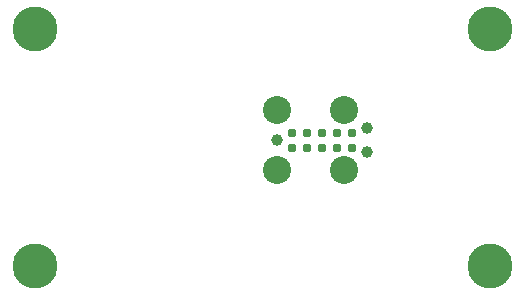
<source format=gbr>
%TF.GenerationSoftware,KiCad,Pcbnew,(5.1.12)-1*%
%TF.CreationDate,2023-04-24T20:04:47-05:00*%
%TF.ProjectId,Tag Connector,54616720-436f-46e6-9e65-63746f722e6b,rev?*%
%TF.SameCoordinates,Original*%
%TF.FileFunction,Soldermask,Top*%
%TF.FilePolarity,Negative*%
%FSLAX46Y46*%
G04 Gerber Fmt 4.6, Leading zero omitted, Abs format (unit mm)*
G04 Created by KiCad (PCBNEW (5.1.12)-1) date 2023-04-24 20:04:47*
%MOMM*%
%LPD*%
G01*
G04 APERTURE LIST*
%ADD10C,3.800000*%
%ADD11C,2.600000*%
%ADD12C,2.374900*%
%ADD13C,0.787400*%
%ADD14C,0.990600*%
G04 APERTURE END LIST*
D10*
%TO.C,*%
X136885680Y-57561440D03*
D11*
X136885680Y-57561440D03*
%TD*%
D10*
%TO.C,REF\u002A\u002A*%
X175385679Y-77561440D03*
D11*
X175385679Y-77561440D03*
%TD*%
D10*
%TO.C,REF\u002A\u002A*%
X175385679Y-57561440D03*
D11*
X175385679Y-57561440D03*
%TD*%
%TO.C,REF\u002A\u002A*%
X136885680Y-77561440D03*
D10*
X136885680Y-77561440D03*
%TD*%
D12*
%TO.C,JTAG1*%
X163078160Y-64399160D03*
X163078160Y-69479160D03*
X157363160Y-69479160D03*
X157363160Y-64399160D03*
D13*
X158633160Y-66304160D03*
X159903160Y-66304160D03*
X161173160Y-66304160D03*
X162443160Y-66304160D03*
X163713160Y-66304160D03*
X163713160Y-67574160D03*
X162443160Y-67574160D03*
X161173160Y-67574160D03*
X159903160Y-67574160D03*
X158633160Y-67574160D03*
D14*
X157363160Y-66939160D03*
X164983160Y-67955160D03*
X164983160Y-65923160D03*
%TD*%
M02*

</source>
